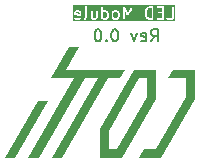
<source format=gbr>
%TF.GenerationSoftware,KiCad,Pcbnew,9.0.6-9.0.6~ubuntu24.04.1*%
%TF.CreationDate,2026-01-17T19:07:13-03:00*%
%TF.ProjectId,cotti_leds,636f7474-695f-46c6-9564-732e6b696361,0.0*%
%TF.SameCoordinates,Original*%
%TF.FileFunction,Legend,Bot*%
%TF.FilePolarity,Positive*%
%FSLAX46Y46*%
G04 Gerber Fmt 4.6, Leading zero omitted, Abs format (unit mm)*
G04 Created by KiCad (PCBNEW 9.0.6-9.0.6~ubuntu24.04.1) date 2026-01-17 19:07:13*
%MOMM*%
%LPD*%
G01*
G04 APERTURE LIST*
%ADD10C,0.150000*%
%ADD11C,0.000000*%
G04 APERTURE END LIST*
D10*
X150856792Y-104644819D02*
X151190125Y-104168628D01*
X151428220Y-104644819D02*
X151428220Y-103644819D01*
X151428220Y-103644819D02*
X151047268Y-103644819D01*
X151047268Y-103644819D02*
X150952030Y-103692438D01*
X150952030Y-103692438D02*
X150904411Y-103740057D01*
X150904411Y-103740057D02*
X150856792Y-103835295D01*
X150856792Y-103835295D02*
X150856792Y-103978152D01*
X150856792Y-103978152D02*
X150904411Y-104073390D01*
X150904411Y-104073390D02*
X150952030Y-104121009D01*
X150952030Y-104121009D02*
X151047268Y-104168628D01*
X151047268Y-104168628D02*
X151428220Y-104168628D01*
X150047268Y-104597200D02*
X150142506Y-104644819D01*
X150142506Y-104644819D02*
X150332982Y-104644819D01*
X150332982Y-104644819D02*
X150428220Y-104597200D01*
X150428220Y-104597200D02*
X150475839Y-104501961D01*
X150475839Y-104501961D02*
X150475839Y-104121009D01*
X150475839Y-104121009D02*
X150428220Y-104025771D01*
X150428220Y-104025771D02*
X150332982Y-103978152D01*
X150332982Y-103978152D02*
X150142506Y-103978152D01*
X150142506Y-103978152D02*
X150047268Y-104025771D01*
X150047268Y-104025771D02*
X149999649Y-104121009D01*
X149999649Y-104121009D02*
X149999649Y-104216247D01*
X149999649Y-104216247D02*
X150475839Y-104311485D01*
X149666315Y-103978152D02*
X149428220Y-104644819D01*
X149428220Y-104644819D02*
X149190125Y-103978152D01*
X147856791Y-103644819D02*
X147761553Y-103644819D01*
X147761553Y-103644819D02*
X147666315Y-103692438D01*
X147666315Y-103692438D02*
X147618696Y-103740057D01*
X147618696Y-103740057D02*
X147571077Y-103835295D01*
X147571077Y-103835295D02*
X147523458Y-104025771D01*
X147523458Y-104025771D02*
X147523458Y-104263866D01*
X147523458Y-104263866D02*
X147571077Y-104454342D01*
X147571077Y-104454342D02*
X147618696Y-104549580D01*
X147618696Y-104549580D02*
X147666315Y-104597200D01*
X147666315Y-104597200D02*
X147761553Y-104644819D01*
X147761553Y-104644819D02*
X147856791Y-104644819D01*
X147856791Y-104644819D02*
X147952029Y-104597200D01*
X147952029Y-104597200D02*
X147999648Y-104549580D01*
X147999648Y-104549580D02*
X148047267Y-104454342D01*
X148047267Y-104454342D02*
X148094886Y-104263866D01*
X148094886Y-104263866D02*
X148094886Y-104025771D01*
X148094886Y-104025771D02*
X148047267Y-103835295D01*
X148047267Y-103835295D02*
X147999648Y-103740057D01*
X147999648Y-103740057D02*
X147952029Y-103692438D01*
X147952029Y-103692438D02*
X147856791Y-103644819D01*
X147094886Y-104549580D02*
X147047267Y-104597200D01*
X147047267Y-104597200D02*
X147094886Y-104644819D01*
X147094886Y-104644819D02*
X147142505Y-104597200D01*
X147142505Y-104597200D02*
X147094886Y-104549580D01*
X147094886Y-104549580D02*
X147094886Y-104644819D01*
X146428220Y-103644819D02*
X146332982Y-103644819D01*
X146332982Y-103644819D02*
X146237744Y-103692438D01*
X146237744Y-103692438D02*
X146190125Y-103740057D01*
X146190125Y-103740057D02*
X146142506Y-103835295D01*
X146142506Y-103835295D02*
X146094887Y-104025771D01*
X146094887Y-104025771D02*
X146094887Y-104263866D01*
X146094887Y-104263866D02*
X146142506Y-104454342D01*
X146142506Y-104454342D02*
X146190125Y-104549580D01*
X146190125Y-104549580D02*
X146237744Y-104597200D01*
X146237744Y-104597200D02*
X146332982Y-104644819D01*
X146332982Y-104644819D02*
X146428220Y-104644819D01*
X146428220Y-104644819D02*
X146523458Y-104597200D01*
X146523458Y-104597200D02*
X146571077Y-104549580D01*
X146571077Y-104549580D02*
X146618696Y-104454342D01*
X146618696Y-104454342D02*
X146666315Y-104263866D01*
X146666315Y-104263866D02*
X146666315Y-104025771D01*
X146666315Y-104025771D02*
X146618696Y-103835295D01*
X146618696Y-103835295D02*
X146571077Y-103740057D01*
X146571077Y-103740057D02*
X146523458Y-103692438D01*
X146523458Y-103692438D02*
X146428220Y-103644819D01*
G36*
X144796001Y-102176672D02*
G01*
X144824522Y-102233714D01*
X144824522Y-102314999D01*
X144498332Y-102249761D01*
X144498332Y-102233714D01*
X144526852Y-102176672D01*
X144583894Y-102148152D01*
X144738960Y-102148152D01*
X144796001Y-102176672D01*
G37*
G36*
X147093191Y-102182410D02*
G01*
X147123598Y-102212817D01*
X147157856Y-102281333D01*
X147157856Y-102531637D01*
X147123597Y-102600153D01*
X147093190Y-102630561D01*
X147024675Y-102664819D01*
X146869609Y-102664819D01*
X146831666Y-102645847D01*
X146831666Y-102167123D01*
X146869609Y-102148152D01*
X147024675Y-102148152D01*
X147093191Y-102182410D01*
G37*
G36*
X147997953Y-102182410D02*
G01*
X148028360Y-102212817D01*
X148062618Y-102281333D01*
X148062618Y-102531637D01*
X148028359Y-102600153D01*
X147997952Y-102630561D01*
X147929437Y-102664819D01*
X147821990Y-102664819D01*
X147753474Y-102630561D01*
X147723067Y-102600153D01*
X147688809Y-102531637D01*
X147688809Y-102281333D01*
X147723067Y-102212817D01*
X147753474Y-102182410D01*
X147821990Y-102148152D01*
X147929437Y-102148152D01*
X147997953Y-102182410D01*
G37*
G36*
X150919761Y-102664819D02*
G01*
X150768836Y-102664819D01*
X150654323Y-102626648D01*
X150580210Y-102552534D01*
X150541716Y-102475547D01*
X150498333Y-102302013D01*
X150498333Y-102177624D01*
X150541716Y-102004090D01*
X150580210Y-101927103D01*
X150654323Y-101852990D01*
X150768836Y-101814819D01*
X150919761Y-101814819D01*
X150919761Y-102664819D01*
G37*
G36*
X152895158Y-102925930D02*
G01*
X144237221Y-102925930D01*
X144237221Y-102216009D01*
X144348332Y-102216009D01*
X144348332Y-102311247D01*
X144349773Y-102325879D01*
X144352584Y-102332667D01*
X144354011Y-102339876D01*
X144358130Y-102346055D01*
X144360972Y-102352915D01*
X144366167Y-102358110D01*
X144370243Y-102364224D01*
X144376413Y-102368356D01*
X144381664Y-102373607D01*
X144388452Y-102376418D01*
X144394558Y-102380508D01*
X144408623Y-102384791D01*
X144824522Y-102467969D01*
X144824522Y-102579256D01*
X144796001Y-102636298D01*
X144738960Y-102664819D01*
X144583894Y-102664819D01*
X144504492Y-102625118D01*
X144490760Y-102619863D01*
X144461570Y-102617789D01*
X144433809Y-102627043D01*
X144411701Y-102646216D01*
X144398614Y-102672391D01*
X144396540Y-102701581D01*
X144405794Y-102729342D01*
X144424967Y-102751450D01*
X144437410Y-102759282D01*
X144532648Y-102806901D01*
X144546379Y-102812156D01*
X144549068Y-102812347D01*
X144551557Y-102813378D01*
X144566189Y-102814819D01*
X144756665Y-102814819D01*
X144771297Y-102813378D01*
X144773786Y-102812346D01*
X144776474Y-102812156D01*
X144790206Y-102806901D01*
X144885444Y-102759282D01*
X144887891Y-102757741D01*
X144889045Y-102757357D01*
X144890481Y-102756111D01*
X144897887Y-102751450D01*
X144904048Y-102744345D01*
X144911153Y-102738184D01*
X144915814Y-102730778D01*
X144916109Y-102730438D01*
X145158445Y-102730438D01*
X145160519Y-102759628D01*
X145173606Y-102785803D01*
X145195714Y-102804976D01*
X145223475Y-102814230D01*
X145252665Y-102812156D01*
X145266397Y-102806901D01*
X145361635Y-102759282D01*
X145364082Y-102757741D01*
X145365236Y-102757357D01*
X145366672Y-102756111D01*
X145374078Y-102751450D01*
X145380239Y-102744345D01*
X145387344Y-102738184D01*
X145392005Y-102730778D01*
X145393251Y-102729342D01*
X145393635Y-102728188D01*
X145395176Y-102725741D01*
X145442795Y-102630502D01*
X145448050Y-102616770D01*
X145448240Y-102614082D01*
X145449272Y-102611593D01*
X145450713Y-102596961D01*
X145450713Y-102073152D01*
X145776904Y-102073152D01*
X145776904Y-102739819D01*
X145778345Y-102754451D01*
X145789544Y-102781487D01*
X145810236Y-102802179D01*
X145837272Y-102813378D01*
X145866536Y-102813378D01*
X145893572Y-102802179D01*
X145912973Y-102782777D01*
X145961220Y-102806901D01*
X145974951Y-102812156D01*
X145977640Y-102812347D01*
X145980129Y-102813378D01*
X145994761Y-102814819D01*
X146137618Y-102814819D01*
X146152250Y-102813378D01*
X146154739Y-102812346D01*
X146157427Y-102812156D01*
X146171159Y-102806901D01*
X146266397Y-102759282D01*
X146268844Y-102757741D01*
X146269998Y-102757357D01*
X146271434Y-102756111D01*
X146278840Y-102751450D01*
X146285001Y-102744345D01*
X146292106Y-102738184D01*
X146296767Y-102730778D01*
X146298013Y-102729342D01*
X146298397Y-102728188D01*
X146299938Y-102725741D01*
X146347557Y-102630502D01*
X146352812Y-102616770D01*
X146353002Y-102614082D01*
X146354034Y-102611593D01*
X146355475Y-102596961D01*
X146355475Y-102073152D01*
X146354034Y-102058520D01*
X146342835Y-102031484D01*
X146322143Y-102010792D01*
X146295107Y-101999593D01*
X146265843Y-101999593D01*
X146238807Y-102010792D01*
X146218115Y-102031484D01*
X146206916Y-102058520D01*
X146205475Y-102073152D01*
X146205475Y-102579256D01*
X146176954Y-102636298D01*
X146119913Y-102664819D01*
X146012466Y-102664819D01*
X145943950Y-102630561D01*
X145926904Y-102613514D01*
X145926904Y-102073152D01*
X145925463Y-102058520D01*
X145914264Y-102031484D01*
X145893572Y-102010792D01*
X145866536Y-101999593D01*
X145837272Y-101999593D01*
X145810236Y-102010792D01*
X145789544Y-102031484D01*
X145778345Y-102058520D01*
X145776904Y-102073152D01*
X145450713Y-102073152D01*
X145450713Y-101739819D01*
X146681666Y-101739819D01*
X146681666Y-102739819D01*
X146683107Y-102754451D01*
X146694306Y-102781487D01*
X146714998Y-102802179D01*
X146742034Y-102813378D01*
X146771298Y-102813378D01*
X146798334Y-102802179D01*
X146801862Y-102798650D01*
X146818363Y-102806901D01*
X146832094Y-102812156D01*
X146834783Y-102812347D01*
X146837272Y-102813378D01*
X146851904Y-102814819D01*
X147042380Y-102814819D01*
X147057012Y-102813378D01*
X147059501Y-102812346D01*
X147062189Y-102812156D01*
X147075921Y-102806901D01*
X147171159Y-102759282D01*
X147177458Y-102755317D01*
X147179286Y-102754560D01*
X147181342Y-102752872D01*
X147183602Y-102751450D01*
X147184902Y-102749950D01*
X147190652Y-102745232D01*
X147238270Y-102697613D01*
X147242988Y-102691863D01*
X147244487Y-102690564D01*
X147245908Y-102688305D01*
X147247598Y-102686247D01*
X147248355Y-102684417D01*
X147252319Y-102678121D01*
X147299938Y-102582883D01*
X147305193Y-102569152D01*
X147305384Y-102566462D01*
X147306415Y-102563974D01*
X147307856Y-102549342D01*
X147307856Y-102263628D01*
X147538809Y-102263628D01*
X147538809Y-102549342D01*
X147540250Y-102563974D01*
X147541281Y-102566463D01*
X147541472Y-102569151D01*
X147546727Y-102582883D01*
X147594346Y-102678121D01*
X147598309Y-102684417D01*
X147599067Y-102686247D01*
X147600756Y-102688305D01*
X147602178Y-102690564D01*
X147603676Y-102691863D01*
X147608394Y-102697612D01*
X147656013Y-102745232D01*
X147661762Y-102749950D01*
X147663063Y-102751450D01*
X147665322Y-102752872D01*
X147667379Y-102754560D01*
X147669206Y-102755317D01*
X147675506Y-102759282D01*
X147770744Y-102806901D01*
X147784475Y-102812156D01*
X147787164Y-102812347D01*
X147789653Y-102813378D01*
X147804285Y-102814819D01*
X147947142Y-102814819D01*
X147961774Y-102813378D01*
X147964263Y-102812346D01*
X147966951Y-102812156D01*
X147980683Y-102806901D01*
X148075921Y-102759282D01*
X148082220Y-102755317D01*
X148084048Y-102754560D01*
X148086104Y-102752872D01*
X148088364Y-102751450D01*
X148089664Y-102749950D01*
X148095414Y-102745232D01*
X148143032Y-102697613D01*
X148147750Y-102691863D01*
X148149249Y-102690564D01*
X148150670Y-102688305D01*
X148152360Y-102686247D01*
X148153117Y-102684417D01*
X148157081Y-102678121D01*
X148204700Y-102582883D01*
X148209955Y-102569152D01*
X148210146Y-102566462D01*
X148211177Y-102563974D01*
X148212618Y-102549342D01*
X148212618Y-102263628D01*
X148211177Y-102248996D01*
X148210146Y-102246507D01*
X148209955Y-102243818D01*
X148204700Y-102230087D01*
X148157081Y-102134849D01*
X148153116Y-102128549D01*
X148152359Y-102126722D01*
X148150670Y-102124665D01*
X148149249Y-102122406D01*
X148147750Y-102121106D01*
X148143032Y-102115357D01*
X148095413Y-102067738D01*
X148089663Y-102063019D01*
X148088364Y-102061521D01*
X148086104Y-102060099D01*
X148084048Y-102058411D01*
X148082220Y-102057653D01*
X148075921Y-102053689D01*
X147980683Y-102006070D01*
X147966951Y-102000815D01*
X147964263Y-102000624D01*
X147961774Y-101999593D01*
X147947142Y-101998152D01*
X147804285Y-101998152D01*
X147789653Y-101999593D01*
X147787164Y-102000623D01*
X147784475Y-102000815D01*
X147770744Y-102006070D01*
X147675506Y-102053689D01*
X147669206Y-102057653D01*
X147667379Y-102058411D01*
X147665322Y-102060099D01*
X147663063Y-102061521D01*
X147661763Y-102063019D01*
X147656014Y-102067738D01*
X147608395Y-102115357D01*
X147603676Y-102121106D01*
X147602178Y-102122406D01*
X147600756Y-102124665D01*
X147599068Y-102126722D01*
X147598310Y-102128549D01*
X147594346Y-102134849D01*
X147546727Y-102230087D01*
X147541472Y-102243819D01*
X147541281Y-102246506D01*
X147540250Y-102248996D01*
X147538809Y-102263628D01*
X147307856Y-102263628D01*
X147306415Y-102248996D01*
X147305384Y-102246507D01*
X147305193Y-102243818D01*
X147299938Y-102230087D01*
X147252319Y-102134849D01*
X147248354Y-102128549D01*
X147247597Y-102126722D01*
X147245908Y-102124665D01*
X147244487Y-102122406D01*
X147242988Y-102121106D01*
X147238270Y-102115357D01*
X147190651Y-102067738D01*
X147184901Y-102063019D01*
X147183602Y-102061521D01*
X147181342Y-102060099D01*
X147179286Y-102058411D01*
X147177458Y-102057653D01*
X147171159Y-102053689D01*
X147075921Y-102006070D01*
X147062189Y-102000815D01*
X147059501Y-102000624D01*
X147057012Y-101999593D01*
X147042380Y-101998152D01*
X146851904Y-101998152D01*
X146837272Y-101999593D01*
X146834783Y-102000623D01*
X146832094Y-102000815D01*
X146831666Y-102000978D01*
X146831666Y-101739819D01*
X148491190Y-101739819D01*
X148491190Y-102739819D01*
X148492631Y-102754451D01*
X148503830Y-102781487D01*
X148524522Y-102802179D01*
X148551558Y-102813378D01*
X148580822Y-102813378D01*
X148607858Y-102802179D01*
X148628550Y-102781487D01*
X148639749Y-102754451D01*
X148641190Y-102739819D01*
X148641190Y-102077886D01*
X148831559Y-102485821D01*
X148834733Y-102491180D01*
X148835393Y-102492993D01*
X148836567Y-102494275D01*
X148839053Y-102498471D01*
X148847462Y-102506171D01*
X148855157Y-102514574D01*
X148858175Y-102515982D01*
X148860634Y-102518234D01*
X148871346Y-102522129D01*
X148881675Y-102526950D01*
X148885003Y-102527096D01*
X148888135Y-102528235D01*
X148899529Y-102527734D01*
X148910911Y-102528234D01*
X148914039Y-102527096D01*
X148917371Y-102526950D01*
X148927706Y-102522126D01*
X148938412Y-102518234D01*
X148940867Y-102515984D01*
X148943889Y-102514575D01*
X148951590Y-102506164D01*
X148959993Y-102498470D01*
X148962476Y-102494277D01*
X148963653Y-102492993D01*
X148964313Y-102491177D01*
X148967487Y-102485820D01*
X149157856Y-102077886D01*
X149157856Y-102739819D01*
X149159297Y-102754451D01*
X149170496Y-102781487D01*
X149191188Y-102802179D01*
X149218224Y-102813378D01*
X149247488Y-102813378D01*
X149274524Y-102802179D01*
X149295216Y-102781487D01*
X149306415Y-102754451D01*
X149307856Y-102739819D01*
X149307856Y-102168390D01*
X150348333Y-102168390D01*
X150348333Y-102311247D01*
X150348584Y-102313800D01*
X150348422Y-102314893D01*
X150349231Y-102320366D01*
X150349774Y-102325879D01*
X150350196Y-102326900D01*
X150350572Y-102329437D01*
X150398191Y-102519913D01*
X150398576Y-102520992D01*
X150398615Y-102521532D01*
X150400942Y-102527613D01*
X150403138Y-102533759D01*
X150403460Y-102534194D01*
X150403870Y-102535264D01*
X150451489Y-102630502D01*
X150455452Y-102636798D01*
X150456210Y-102638628D01*
X150457899Y-102640686D01*
X150459321Y-102642945D01*
X150460819Y-102644244D01*
X150465538Y-102649994D01*
X150560776Y-102745233D01*
X150572141Y-102754561D01*
X150574631Y-102755592D01*
X150576666Y-102757357D01*
X150590092Y-102763351D01*
X150732948Y-102810970D01*
X150740203Y-102812619D01*
X150742034Y-102813378D01*
X150744687Y-102813639D01*
X150747285Y-102814230D01*
X150749259Y-102814089D01*
X150756666Y-102814819D01*
X150994761Y-102814819D01*
X151009393Y-102813378D01*
X151036429Y-102802179D01*
X151057121Y-102781487D01*
X151068320Y-102754451D01*
X151069761Y-102739819D01*
X151069761Y-101739819D01*
X151068320Y-101725187D01*
X151349774Y-101725187D01*
X151349774Y-101754451D01*
X151360973Y-101781487D01*
X151381665Y-101802179D01*
X151408701Y-101813378D01*
X151423333Y-101814819D01*
X151824523Y-101814819D01*
X151824523Y-102141009D01*
X151566190Y-102141009D01*
X151551558Y-102142450D01*
X151524522Y-102153649D01*
X151503830Y-102174341D01*
X151492631Y-102201377D01*
X151492631Y-102230641D01*
X151503830Y-102257677D01*
X151524522Y-102278369D01*
X151551558Y-102289568D01*
X151566190Y-102291009D01*
X151824523Y-102291009D01*
X151824523Y-102664819D01*
X151423333Y-102664819D01*
X151408701Y-102666260D01*
X151381665Y-102677459D01*
X151360973Y-102698151D01*
X151349774Y-102725187D01*
X151349774Y-102754451D01*
X151360973Y-102781487D01*
X151381665Y-102802179D01*
X151408701Y-102813378D01*
X151423333Y-102814819D01*
X151899523Y-102814819D01*
X151914155Y-102813378D01*
X151941191Y-102802179D01*
X151961883Y-102781487D01*
X151973082Y-102754451D01*
X151974523Y-102739819D01*
X151974523Y-102725187D01*
X152159298Y-102725187D01*
X152159298Y-102754451D01*
X152170497Y-102781487D01*
X152191189Y-102802179D01*
X152218225Y-102813378D01*
X152232857Y-102814819D01*
X152709047Y-102814819D01*
X152723679Y-102813378D01*
X152750715Y-102802179D01*
X152771407Y-102781487D01*
X152782606Y-102754451D01*
X152784047Y-102739819D01*
X152784047Y-101739819D01*
X152782606Y-101725187D01*
X152771407Y-101698151D01*
X152750715Y-101677459D01*
X152723679Y-101666260D01*
X152694415Y-101666260D01*
X152667379Y-101677459D01*
X152646687Y-101698151D01*
X152635488Y-101725187D01*
X152634047Y-101739819D01*
X152634047Y-102664819D01*
X152232857Y-102664819D01*
X152218225Y-102666260D01*
X152191189Y-102677459D01*
X152170497Y-102698151D01*
X152159298Y-102725187D01*
X151974523Y-102725187D01*
X151974523Y-101739819D01*
X151973082Y-101725187D01*
X151961883Y-101698151D01*
X151941191Y-101677459D01*
X151914155Y-101666260D01*
X151899523Y-101664819D01*
X151423333Y-101664819D01*
X151408701Y-101666260D01*
X151381665Y-101677459D01*
X151360973Y-101698151D01*
X151349774Y-101725187D01*
X151068320Y-101725187D01*
X151057121Y-101698151D01*
X151036429Y-101677459D01*
X151009393Y-101666260D01*
X150994761Y-101664819D01*
X150756666Y-101664819D01*
X150749259Y-101665548D01*
X150747285Y-101665408D01*
X150744687Y-101665998D01*
X150742034Y-101666260D01*
X150740203Y-101667018D01*
X150732948Y-101668668D01*
X150590092Y-101716287D01*
X150576666Y-101722281D01*
X150574631Y-101724045D01*
X150572141Y-101725077D01*
X150560776Y-101734405D01*
X150465538Y-101829643D01*
X150460819Y-101835392D01*
X150459321Y-101836692D01*
X150457899Y-101838951D01*
X150456211Y-101841008D01*
X150455453Y-101842835D01*
X150451489Y-101849135D01*
X150403870Y-101944373D01*
X150403460Y-101945442D01*
X150403138Y-101945878D01*
X150400942Y-101952023D01*
X150398615Y-101958105D01*
X150398576Y-101958644D01*
X150398191Y-101959724D01*
X150350572Y-102150200D01*
X150350196Y-102152736D01*
X150349774Y-102153758D01*
X150349231Y-102159270D01*
X150348422Y-102164744D01*
X150348584Y-102165836D01*
X150348333Y-102168390D01*
X149307856Y-102168390D01*
X149307856Y-101739819D01*
X149306908Y-101730197D01*
X149306986Y-101728431D01*
X149306641Y-101727482D01*
X149306415Y-101725187D01*
X149301433Y-101713160D01*
X149296986Y-101700930D01*
X149295856Y-101699696D01*
X149295216Y-101698151D01*
X149286016Y-101688951D01*
X149277222Y-101679348D01*
X149275705Y-101678640D01*
X149274524Y-101677459D01*
X149262511Y-101672482D01*
X149250704Y-101666973D01*
X149249031Y-101666899D01*
X149247488Y-101666260D01*
X149234482Y-101666260D01*
X149221468Y-101665688D01*
X149219895Y-101666260D01*
X149218224Y-101666260D01*
X149206205Y-101671238D01*
X149193967Y-101675689D01*
X149192733Y-101676819D01*
X149191188Y-101677459D01*
X149181989Y-101686657D01*
X149172386Y-101695452D01*
X149171210Y-101697436D01*
X149170496Y-101698151D01*
X149169819Y-101699784D01*
X149164892Y-101708102D01*
X148899522Y-102276750D01*
X148634154Y-101708103D01*
X148629228Y-101699787D01*
X148628550Y-101698151D01*
X148627834Y-101697435D01*
X148626660Y-101695453D01*
X148617063Y-101686664D01*
X148607858Y-101677459D01*
X148606312Y-101676818D01*
X148605079Y-101675689D01*
X148592848Y-101671241D01*
X148580822Y-101666260D01*
X148579148Y-101666260D01*
X148577578Y-101665689D01*
X148564577Y-101666260D01*
X148551558Y-101666260D01*
X148550013Y-101666899D01*
X148548342Y-101666973D01*
X148536543Y-101672479D01*
X148524522Y-101677459D01*
X148523339Y-101678641D01*
X148521824Y-101679349D01*
X148513035Y-101688945D01*
X148503830Y-101698151D01*
X148503189Y-101699696D01*
X148502060Y-101700930D01*
X148497612Y-101713160D01*
X148492631Y-101725187D01*
X148492404Y-101727482D01*
X148492060Y-101728431D01*
X148492137Y-101730197D01*
X148491190Y-101739819D01*
X146831666Y-101739819D01*
X146830225Y-101725187D01*
X146819026Y-101698151D01*
X146798334Y-101677459D01*
X146771298Y-101666260D01*
X146742034Y-101666260D01*
X146714998Y-101677459D01*
X146694306Y-101698151D01*
X146683107Y-101725187D01*
X146681666Y-101739819D01*
X145450713Y-101739819D01*
X145449272Y-101725187D01*
X145438073Y-101698151D01*
X145417381Y-101677459D01*
X145390345Y-101666260D01*
X145361081Y-101666260D01*
X145334045Y-101677459D01*
X145313353Y-101698151D01*
X145302154Y-101725187D01*
X145300713Y-101739819D01*
X145300713Y-102579256D01*
X145272192Y-102636298D01*
X145199315Y-102672737D01*
X145186872Y-102680569D01*
X145167699Y-102702677D01*
X145158445Y-102730438D01*
X144916109Y-102730438D01*
X144917060Y-102729342D01*
X144917444Y-102728188D01*
X144918985Y-102725741D01*
X144966604Y-102630502D01*
X144971859Y-102616770D01*
X144972049Y-102614082D01*
X144973081Y-102611593D01*
X144974522Y-102596961D01*
X144974522Y-102216009D01*
X144973081Y-102201377D01*
X144972050Y-102198888D01*
X144971859Y-102196199D01*
X144966604Y-102182468D01*
X144918985Y-102087230D01*
X144917444Y-102084782D01*
X144917060Y-102083629D01*
X144915814Y-102082192D01*
X144911153Y-102074787D01*
X144904048Y-102068625D01*
X144897887Y-102061521D01*
X144890481Y-102056859D01*
X144889045Y-102055614D01*
X144887891Y-102055229D01*
X144885444Y-102053689D01*
X144790206Y-102006070D01*
X144776474Y-102000815D01*
X144773786Y-102000624D01*
X144771297Y-101999593D01*
X144756665Y-101998152D01*
X144566189Y-101998152D01*
X144551557Y-101999593D01*
X144549068Y-102000623D01*
X144546379Y-102000815D01*
X144532648Y-102006070D01*
X144437410Y-102053689D01*
X144434962Y-102055229D01*
X144433809Y-102055614D01*
X144432372Y-102056859D01*
X144424967Y-102061521D01*
X144418805Y-102068625D01*
X144411701Y-102074787D01*
X144407039Y-102082192D01*
X144405794Y-102083629D01*
X144405409Y-102084782D01*
X144403869Y-102087230D01*
X144356250Y-102182468D01*
X144350995Y-102196200D01*
X144350804Y-102198887D01*
X144349773Y-102201377D01*
X144348332Y-102216009D01*
X144237221Y-102216009D01*
X144237221Y-101553708D01*
X152895158Y-101553708D01*
X152895158Y-102925930D01*
G37*
D11*
%TO.C,REF\u002A\u002A*%
G36*
X139360749Y-114542500D02*
G01*
X138494723Y-114542500D01*
X141309306Y-109667500D01*
X142175331Y-109667500D01*
X139360749Y-114542500D01*
G37*
G36*
X154625277Y-109542500D02*
G01*
X151738525Y-114542500D01*
X149863525Y-114542500D01*
X150296538Y-113792500D01*
X151305513Y-113792500D01*
X153875277Y-109341538D01*
X153875277Y-107792500D01*
X152317264Y-107792500D01*
X152750277Y-107042500D01*
X154625277Y-107042500D01*
X154625277Y-109542500D01*
G37*
G36*
X143690876Y-107042500D02*
G01*
X148681901Y-107042500D01*
X148248888Y-107792500D01*
X147239914Y-107792500D01*
X143342799Y-114542500D01*
X142476774Y-114542500D01*
X146373888Y-107792500D01*
X145248888Y-107792500D01*
X141351774Y-114542500D01*
X140485749Y-114542500D01*
X144382863Y-107792500D01*
X142391837Y-107792500D01*
X143907382Y-105167500D01*
X144773407Y-105167500D01*
X143690876Y-107042500D01*
G37*
G36*
X151306901Y-109542500D02*
G01*
X148420150Y-114542500D01*
X146545150Y-114542500D01*
X146545150Y-112243462D01*
X147295150Y-112243462D01*
X147295150Y-113792500D01*
X147987137Y-113792500D01*
X150556901Y-109341538D01*
X150556901Y-107792500D01*
X149864914Y-107792500D01*
X147295150Y-112243462D01*
X146545150Y-112243462D01*
X146545150Y-112042500D01*
X149431901Y-107042500D01*
X151306901Y-107042500D01*
X151306901Y-109542500D01*
G37*
%TD*%
M02*

</source>
